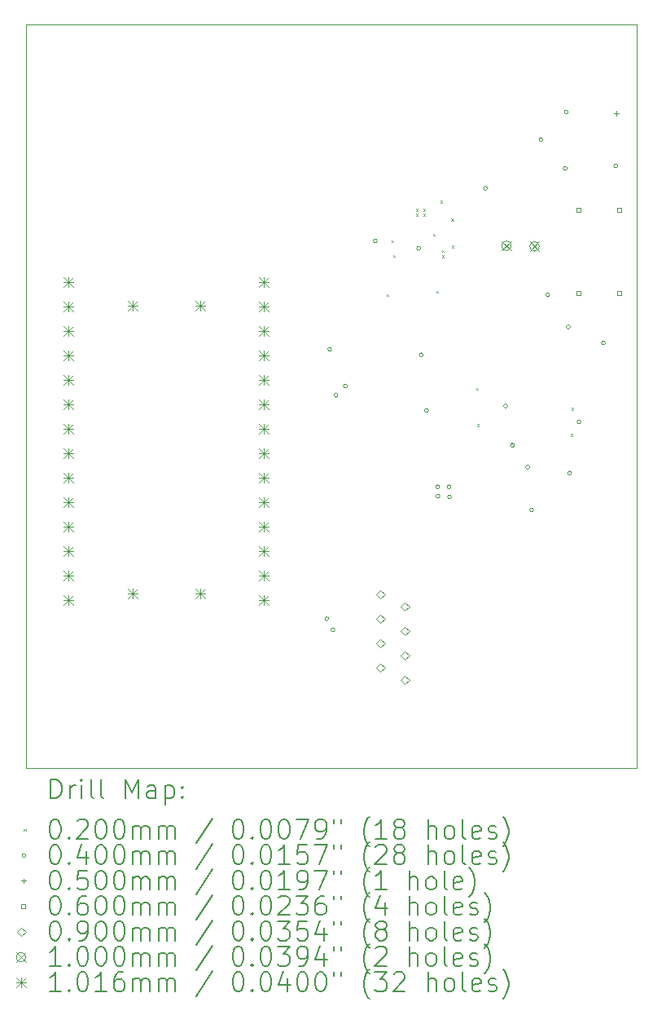
<source format=gbr>
%TF.GenerationSoftware,KiCad,Pcbnew,(6.0.8)*%
%TF.CreationDate,2023-04-21T18:28:09-07:00*%
%TF.ProjectId,Capstone_PCB,43617073-746f-46e6-955f-5043422e6b69,rev?*%
%TF.SameCoordinates,Original*%
%TF.FileFunction,Drillmap*%
%TF.FilePolarity,Positive*%
%FSLAX45Y45*%
G04 Gerber Fmt 4.5, Leading zero omitted, Abs format (unit mm)*
G04 Created by KiCad (PCBNEW (6.0.8)) date 2023-04-21 18:28:09*
%MOMM*%
%LPD*%
G01*
G04 APERTURE LIST*
%ADD10C,0.100000*%
%ADD11C,0.200000*%
%ADD12C,0.020000*%
%ADD13C,0.040000*%
%ADD14C,0.050000*%
%ADD15C,0.060000*%
%ADD16C,0.090000*%
%ADD17C,0.101600*%
G04 APERTURE END LIST*
D10*
X11430000Y-4318000D02*
X11430000Y-12039600D01*
X11430000Y-12039600D02*
X17780000Y-12039600D01*
X11430000Y-4318000D02*
X17780000Y-4318000D01*
X17780000Y-4318000D02*
X17780000Y-12039600D01*
D11*
D12*
X15175900Y-7118420D02*
X15195900Y-7138420D01*
X15195900Y-7118420D02*
X15175900Y-7138420D01*
X15226700Y-6559620D02*
X15246700Y-6579620D01*
X15246700Y-6559620D02*
X15226700Y-6579620D01*
X15241940Y-6712020D02*
X15261940Y-6732020D01*
X15261940Y-6712020D02*
X15241940Y-6732020D01*
X15480700Y-6234500D02*
X15500700Y-6254500D01*
X15500700Y-6234500D02*
X15480700Y-6254500D01*
X15480700Y-6285300D02*
X15500700Y-6305300D01*
X15500700Y-6285300D02*
X15480700Y-6305300D01*
X15556900Y-6234500D02*
X15576900Y-6254500D01*
X15576900Y-6234500D02*
X15556900Y-6254500D01*
X15556900Y-6285300D02*
X15576900Y-6305300D01*
X15576900Y-6285300D02*
X15556900Y-6305300D01*
X15657432Y-6495568D02*
X15677432Y-6515568D01*
X15677432Y-6495568D02*
X15657432Y-6515568D01*
X15695000Y-7085000D02*
X15715000Y-7105000D01*
X15715000Y-7085000D02*
X15695000Y-7105000D01*
X15738000Y-6151000D02*
X15758000Y-6171000D01*
X15758000Y-6151000D02*
X15738000Y-6171000D01*
X15749940Y-6661220D02*
X15769940Y-6681220D01*
X15769940Y-6661220D02*
X15749940Y-6681220D01*
X15749940Y-6717100D02*
X15769940Y-6737100D01*
X15769940Y-6717100D02*
X15749940Y-6737100D01*
X15851000Y-6335000D02*
X15871000Y-6355000D01*
X15871000Y-6335000D02*
X15851000Y-6355000D01*
X15851540Y-6615500D02*
X15871540Y-6635500D01*
X15871540Y-6615500D02*
X15851540Y-6635500D01*
X16110620Y-8093780D02*
X16130620Y-8113780D01*
X16130620Y-8093780D02*
X16110620Y-8113780D01*
X16115700Y-8469700D02*
X16135700Y-8489700D01*
X16135700Y-8469700D02*
X16115700Y-8489700D01*
X17091060Y-8571300D02*
X17111060Y-8591300D01*
X17111060Y-8571300D02*
X17091060Y-8591300D01*
X17096140Y-8302060D02*
X17116140Y-8322060D01*
X17116140Y-8302060D02*
X17096140Y-8322060D01*
D13*
X14574200Y-10490200D02*
G75*
G03*
X14574200Y-10490200I-20000J0D01*
G01*
X14604680Y-7691120D02*
G75*
G03*
X14604680Y-7691120I-20000J0D01*
G01*
X14637700Y-10604500D02*
G75*
G03*
X14637700Y-10604500I-20000J0D01*
G01*
X14670720Y-8168640D02*
G75*
G03*
X14670720Y-8168640I-20000J0D01*
G01*
X14769020Y-8073300D02*
G75*
G03*
X14769020Y-8073300I-20000J0D01*
G01*
X15078900Y-6564540D02*
G75*
G03*
X15078900Y-6564540I-20000J0D01*
G01*
X15531020Y-6643280D02*
G75*
G03*
X15531020Y-6643280I-20000J0D01*
G01*
X15556420Y-7748180D02*
G75*
G03*
X15556420Y-7748180I-20000J0D01*
G01*
X15612300Y-8327300D02*
G75*
G03*
X15612300Y-8327300I-20000J0D01*
G01*
X15729140Y-9119780D02*
G75*
G03*
X15729140Y-9119780I-20000J0D01*
G01*
X15729140Y-9216300D02*
G75*
G03*
X15729140Y-9216300I-20000J0D01*
G01*
X15845980Y-9119780D02*
G75*
G03*
X15845980Y-9119780I-20000J0D01*
G01*
X15851060Y-9226460D02*
G75*
G03*
X15851060Y-9226460I-20000J0D01*
G01*
X16225200Y-6019800D02*
G75*
G03*
X16225200Y-6019800I-20000J0D01*
G01*
X16435260Y-8281580D02*
G75*
G03*
X16435260Y-8281580I-20000J0D01*
G01*
X16506042Y-8687305D02*
G75*
G03*
X16506042Y-8687305I-20000J0D01*
G01*
X16506380Y-8687980D02*
G75*
G03*
X16506380Y-8687980I-20000J0D01*
G01*
X16663860Y-8916580D02*
G75*
G03*
X16663860Y-8916580I-20000J0D01*
G01*
X16704500Y-9358540D02*
G75*
G03*
X16704500Y-9358540I-20000J0D01*
G01*
X16801020Y-5512980D02*
G75*
G03*
X16801020Y-5512980I-20000J0D01*
G01*
X16872140Y-7128420D02*
G75*
G03*
X16872140Y-7128420I-20000J0D01*
G01*
X17055020Y-5812700D02*
G75*
G03*
X17055020Y-5812700I-20000J0D01*
G01*
X17065180Y-5228500D02*
G75*
G03*
X17065180Y-5228500I-20000J0D01*
G01*
X17085500Y-7458620D02*
G75*
G03*
X17085500Y-7458620I-20000J0D01*
G01*
X17100740Y-8977540D02*
G75*
G03*
X17100740Y-8977540I-20000J0D01*
G01*
X17197260Y-8444140D02*
G75*
G03*
X17197260Y-8444140I-20000J0D01*
G01*
X17451260Y-7626260D02*
G75*
G03*
X17451260Y-7626260I-20000J0D01*
G01*
X17578260Y-5787300D02*
G75*
G03*
X17578260Y-5787300I-20000J0D01*
G01*
D14*
X17563340Y-5213660D02*
X17563340Y-5263660D01*
X17538340Y-5238660D02*
X17588340Y-5238660D01*
D15*
X17197113Y-6265513D02*
X17197113Y-6223087D01*
X17154687Y-6223087D01*
X17154687Y-6265513D01*
X17197113Y-6265513D01*
X17197113Y-7129513D02*
X17197113Y-7087087D01*
X17154687Y-7087087D01*
X17154687Y-7129513D01*
X17197113Y-7129513D01*
X17615113Y-6265513D02*
X17615113Y-6223087D01*
X17572687Y-6223087D01*
X17572687Y-6265513D01*
X17615113Y-6265513D01*
X17615113Y-7129513D02*
X17615113Y-7087087D01*
X17572687Y-7087087D01*
X17572687Y-7129513D01*
X17615113Y-7129513D01*
D16*
X15112200Y-10281200D02*
X15157200Y-10236200D01*
X15112200Y-10191200D01*
X15067200Y-10236200D01*
X15112200Y-10281200D01*
X15112200Y-10535200D02*
X15157200Y-10490200D01*
X15112200Y-10445200D01*
X15067200Y-10490200D01*
X15112200Y-10535200D01*
X15112200Y-10789200D02*
X15157200Y-10744200D01*
X15112200Y-10699200D01*
X15067200Y-10744200D01*
X15112200Y-10789200D01*
X15112200Y-11043200D02*
X15157200Y-10998200D01*
X15112200Y-10953200D01*
X15067200Y-10998200D01*
X15112200Y-11043200D01*
X15366200Y-10408200D02*
X15411200Y-10363200D01*
X15366200Y-10318200D01*
X15321200Y-10363200D01*
X15366200Y-10408200D01*
X15366200Y-10662200D02*
X15411200Y-10617200D01*
X15366200Y-10572200D01*
X15321200Y-10617200D01*
X15366200Y-10662200D01*
X15366200Y-10916200D02*
X15411200Y-10871200D01*
X15366200Y-10826200D01*
X15321200Y-10871200D01*
X15366200Y-10916200D01*
X15366200Y-11170200D02*
X15411200Y-11125200D01*
X15366200Y-11080200D01*
X15321200Y-11125200D01*
X15366200Y-11170200D01*
D10*
X16372880Y-6567880D02*
X16472880Y-6667880D01*
X16472880Y-6567880D02*
X16372880Y-6667880D01*
X16472880Y-6617880D02*
G75*
G03*
X16472880Y-6617880I-50000J0D01*
G01*
X16664980Y-6572960D02*
X16764980Y-6672960D01*
X16764980Y-6572960D02*
X16664980Y-6672960D01*
X16764980Y-6622960D02*
G75*
G03*
X16764980Y-6622960I-50000J0D01*
G01*
D17*
X11815800Y-6945780D02*
X11917400Y-7047380D01*
X11917400Y-6945780D02*
X11815800Y-7047380D01*
X11866600Y-6945780D02*
X11866600Y-7047380D01*
X11815800Y-6996580D02*
X11917400Y-6996580D01*
X11815800Y-7199780D02*
X11917400Y-7301380D01*
X11917400Y-7199780D02*
X11815800Y-7301380D01*
X11866600Y-7199780D02*
X11866600Y-7301380D01*
X11815800Y-7250580D02*
X11917400Y-7250580D01*
X11815800Y-7453780D02*
X11917400Y-7555380D01*
X11917400Y-7453780D02*
X11815800Y-7555380D01*
X11866600Y-7453780D02*
X11866600Y-7555380D01*
X11815800Y-7504580D02*
X11917400Y-7504580D01*
X11815800Y-7707780D02*
X11917400Y-7809380D01*
X11917400Y-7707780D02*
X11815800Y-7809380D01*
X11866600Y-7707780D02*
X11866600Y-7809380D01*
X11815800Y-7758580D02*
X11917400Y-7758580D01*
X11815800Y-7961780D02*
X11917400Y-8063380D01*
X11917400Y-7961780D02*
X11815800Y-8063380D01*
X11866600Y-7961780D02*
X11866600Y-8063380D01*
X11815800Y-8012580D02*
X11917400Y-8012580D01*
X11815800Y-8215780D02*
X11917400Y-8317380D01*
X11917400Y-8215780D02*
X11815800Y-8317380D01*
X11866600Y-8215780D02*
X11866600Y-8317380D01*
X11815800Y-8266580D02*
X11917400Y-8266580D01*
X11815800Y-8469780D02*
X11917400Y-8571380D01*
X11917400Y-8469780D02*
X11815800Y-8571380D01*
X11866600Y-8469780D02*
X11866600Y-8571380D01*
X11815800Y-8520580D02*
X11917400Y-8520580D01*
X11815800Y-8723780D02*
X11917400Y-8825380D01*
X11917400Y-8723780D02*
X11815800Y-8825380D01*
X11866600Y-8723780D02*
X11866600Y-8825380D01*
X11815800Y-8774580D02*
X11917400Y-8774580D01*
X11815800Y-8977780D02*
X11917400Y-9079380D01*
X11917400Y-8977780D02*
X11815800Y-9079380D01*
X11866600Y-8977780D02*
X11866600Y-9079380D01*
X11815800Y-9028580D02*
X11917400Y-9028580D01*
X11815800Y-9231780D02*
X11917400Y-9333380D01*
X11917400Y-9231780D02*
X11815800Y-9333380D01*
X11866600Y-9231780D02*
X11866600Y-9333380D01*
X11815800Y-9282580D02*
X11917400Y-9282580D01*
X11815800Y-9485780D02*
X11917400Y-9587380D01*
X11917400Y-9485780D02*
X11815800Y-9587380D01*
X11866600Y-9485780D02*
X11866600Y-9587380D01*
X11815800Y-9536580D02*
X11917400Y-9536580D01*
X11815800Y-9739780D02*
X11917400Y-9841380D01*
X11917400Y-9739780D02*
X11815800Y-9841380D01*
X11866600Y-9739780D02*
X11866600Y-9841380D01*
X11815800Y-9790580D02*
X11917400Y-9790580D01*
X11815800Y-9993780D02*
X11917400Y-10095380D01*
X11917400Y-9993780D02*
X11815800Y-10095380D01*
X11866600Y-9993780D02*
X11866600Y-10095380D01*
X11815800Y-10044580D02*
X11917400Y-10044580D01*
X11815800Y-10247780D02*
X11917400Y-10349380D01*
X11917400Y-10247780D02*
X11815800Y-10349380D01*
X11866600Y-10247780D02*
X11866600Y-10349380D01*
X11815800Y-10298580D02*
X11917400Y-10298580D01*
X12489200Y-7190873D02*
X12590800Y-7292473D01*
X12590800Y-7190873D02*
X12489200Y-7292473D01*
X12540000Y-7190873D02*
X12540000Y-7292473D01*
X12489200Y-7241673D02*
X12590800Y-7241673D01*
X12489200Y-10181400D02*
X12590800Y-10283000D01*
X12590800Y-10181400D02*
X12489200Y-10283000D01*
X12540000Y-10181400D02*
X12540000Y-10283000D01*
X12489200Y-10232200D02*
X12590800Y-10232200D01*
X13189200Y-7190873D02*
X13290800Y-7292473D01*
X13290800Y-7190873D02*
X13189200Y-7292473D01*
X13240000Y-7190873D02*
X13240000Y-7292473D01*
X13189200Y-7241673D02*
X13290800Y-7241673D01*
X13189200Y-10181400D02*
X13290800Y-10283000D01*
X13290800Y-10181400D02*
X13189200Y-10283000D01*
X13240000Y-10181400D02*
X13240000Y-10283000D01*
X13189200Y-10232200D02*
X13290800Y-10232200D01*
X13847800Y-6945780D02*
X13949400Y-7047380D01*
X13949400Y-6945780D02*
X13847800Y-7047380D01*
X13898600Y-6945780D02*
X13898600Y-7047380D01*
X13847800Y-6996580D02*
X13949400Y-6996580D01*
X13847800Y-7199780D02*
X13949400Y-7301380D01*
X13949400Y-7199780D02*
X13847800Y-7301380D01*
X13898600Y-7199780D02*
X13898600Y-7301380D01*
X13847800Y-7250580D02*
X13949400Y-7250580D01*
X13847800Y-7453780D02*
X13949400Y-7555380D01*
X13949400Y-7453780D02*
X13847800Y-7555380D01*
X13898600Y-7453780D02*
X13898600Y-7555380D01*
X13847800Y-7504580D02*
X13949400Y-7504580D01*
X13847800Y-7707780D02*
X13949400Y-7809380D01*
X13949400Y-7707780D02*
X13847800Y-7809380D01*
X13898600Y-7707780D02*
X13898600Y-7809380D01*
X13847800Y-7758580D02*
X13949400Y-7758580D01*
X13847800Y-7961780D02*
X13949400Y-8063380D01*
X13949400Y-7961780D02*
X13847800Y-8063380D01*
X13898600Y-7961780D02*
X13898600Y-8063380D01*
X13847800Y-8012580D02*
X13949400Y-8012580D01*
X13847800Y-8215780D02*
X13949400Y-8317380D01*
X13949400Y-8215780D02*
X13847800Y-8317380D01*
X13898600Y-8215780D02*
X13898600Y-8317380D01*
X13847800Y-8266580D02*
X13949400Y-8266580D01*
X13847800Y-8469780D02*
X13949400Y-8571380D01*
X13949400Y-8469780D02*
X13847800Y-8571380D01*
X13898600Y-8469780D02*
X13898600Y-8571380D01*
X13847800Y-8520580D02*
X13949400Y-8520580D01*
X13847800Y-8723780D02*
X13949400Y-8825380D01*
X13949400Y-8723780D02*
X13847800Y-8825380D01*
X13898600Y-8723780D02*
X13898600Y-8825380D01*
X13847800Y-8774580D02*
X13949400Y-8774580D01*
X13847800Y-8977780D02*
X13949400Y-9079380D01*
X13949400Y-8977780D02*
X13847800Y-9079380D01*
X13898600Y-8977780D02*
X13898600Y-9079380D01*
X13847800Y-9028580D02*
X13949400Y-9028580D01*
X13847800Y-9231780D02*
X13949400Y-9333380D01*
X13949400Y-9231780D02*
X13847800Y-9333380D01*
X13898600Y-9231780D02*
X13898600Y-9333380D01*
X13847800Y-9282580D02*
X13949400Y-9282580D01*
X13847800Y-9485780D02*
X13949400Y-9587380D01*
X13949400Y-9485780D02*
X13847800Y-9587380D01*
X13898600Y-9485780D02*
X13898600Y-9587380D01*
X13847800Y-9536580D02*
X13949400Y-9536580D01*
X13847800Y-9739780D02*
X13949400Y-9841380D01*
X13949400Y-9739780D02*
X13847800Y-9841380D01*
X13898600Y-9739780D02*
X13898600Y-9841380D01*
X13847800Y-9790580D02*
X13949400Y-9790580D01*
X13847800Y-9993780D02*
X13949400Y-10095380D01*
X13949400Y-9993780D02*
X13847800Y-10095380D01*
X13898600Y-9993780D02*
X13898600Y-10095380D01*
X13847800Y-10044580D02*
X13949400Y-10044580D01*
X13847800Y-10247780D02*
X13949400Y-10349380D01*
X13949400Y-10247780D02*
X13847800Y-10349380D01*
X13898600Y-10247780D02*
X13898600Y-10349380D01*
X13847800Y-10298580D02*
X13949400Y-10298580D01*
D11*
X11682619Y-12355076D02*
X11682619Y-12155076D01*
X11730238Y-12155076D01*
X11758809Y-12164600D01*
X11777857Y-12183648D01*
X11787381Y-12202695D01*
X11796905Y-12240790D01*
X11796905Y-12269362D01*
X11787381Y-12307457D01*
X11777857Y-12326505D01*
X11758809Y-12345552D01*
X11730238Y-12355076D01*
X11682619Y-12355076D01*
X11882619Y-12355076D02*
X11882619Y-12221743D01*
X11882619Y-12259838D02*
X11892143Y-12240790D01*
X11901667Y-12231267D01*
X11920714Y-12221743D01*
X11939762Y-12221743D01*
X12006428Y-12355076D02*
X12006428Y-12221743D01*
X12006428Y-12155076D02*
X11996905Y-12164600D01*
X12006428Y-12174124D01*
X12015952Y-12164600D01*
X12006428Y-12155076D01*
X12006428Y-12174124D01*
X12130238Y-12355076D02*
X12111190Y-12345552D01*
X12101667Y-12326505D01*
X12101667Y-12155076D01*
X12235000Y-12355076D02*
X12215952Y-12345552D01*
X12206428Y-12326505D01*
X12206428Y-12155076D01*
X12463571Y-12355076D02*
X12463571Y-12155076D01*
X12530238Y-12297933D01*
X12596905Y-12155076D01*
X12596905Y-12355076D01*
X12777857Y-12355076D02*
X12777857Y-12250314D01*
X12768333Y-12231267D01*
X12749286Y-12221743D01*
X12711190Y-12221743D01*
X12692143Y-12231267D01*
X12777857Y-12345552D02*
X12758809Y-12355076D01*
X12711190Y-12355076D01*
X12692143Y-12345552D01*
X12682619Y-12326505D01*
X12682619Y-12307457D01*
X12692143Y-12288409D01*
X12711190Y-12278886D01*
X12758809Y-12278886D01*
X12777857Y-12269362D01*
X12873095Y-12221743D02*
X12873095Y-12421743D01*
X12873095Y-12231267D02*
X12892143Y-12221743D01*
X12930238Y-12221743D01*
X12949286Y-12231267D01*
X12958809Y-12240790D01*
X12968333Y-12259838D01*
X12968333Y-12316981D01*
X12958809Y-12336028D01*
X12949286Y-12345552D01*
X12930238Y-12355076D01*
X12892143Y-12355076D01*
X12873095Y-12345552D01*
X13054048Y-12336028D02*
X13063571Y-12345552D01*
X13054048Y-12355076D01*
X13044524Y-12345552D01*
X13054048Y-12336028D01*
X13054048Y-12355076D01*
X13054048Y-12231267D02*
X13063571Y-12240790D01*
X13054048Y-12250314D01*
X13044524Y-12240790D01*
X13054048Y-12231267D01*
X13054048Y-12250314D01*
D12*
X11405000Y-12674600D02*
X11425000Y-12694600D01*
X11425000Y-12674600D02*
X11405000Y-12694600D01*
D11*
X11720714Y-12575076D02*
X11739762Y-12575076D01*
X11758809Y-12584600D01*
X11768333Y-12594124D01*
X11777857Y-12613171D01*
X11787381Y-12651267D01*
X11787381Y-12698886D01*
X11777857Y-12736981D01*
X11768333Y-12756028D01*
X11758809Y-12765552D01*
X11739762Y-12775076D01*
X11720714Y-12775076D01*
X11701667Y-12765552D01*
X11692143Y-12756028D01*
X11682619Y-12736981D01*
X11673095Y-12698886D01*
X11673095Y-12651267D01*
X11682619Y-12613171D01*
X11692143Y-12594124D01*
X11701667Y-12584600D01*
X11720714Y-12575076D01*
X11873095Y-12756028D02*
X11882619Y-12765552D01*
X11873095Y-12775076D01*
X11863571Y-12765552D01*
X11873095Y-12756028D01*
X11873095Y-12775076D01*
X11958809Y-12594124D02*
X11968333Y-12584600D01*
X11987381Y-12575076D01*
X12035000Y-12575076D01*
X12054048Y-12584600D01*
X12063571Y-12594124D01*
X12073095Y-12613171D01*
X12073095Y-12632219D01*
X12063571Y-12660790D01*
X11949286Y-12775076D01*
X12073095Y-12775076D01*
X12196905Y-12575076D02*
X12215952Y-12575076D01*
X12235000Y-12584600D01*
X12244524Y-12594124D01*
X12254048Y-12613171D01*
X12263571Y-12651267D01*
X12263571Y-12698886D01*
X12254048Y-12736981D01*
X12244524Y-12756028D01*
X12235000Y-12765552D01*
X12215952Y-12775076D01*
X12196905Y-12775076D01*
X12177857Y-12765552D01*
X12168333Y-12756028D01*
X12158809Y-12736981D01*
X12149286Y-12698886D01*
X12149286Y-12651267D01*
X12158809Y-12613171D01*
X12168333Y-12594124D01*
X12177857Y-12584600D01*
X12196905Y-12575076D01*
X12387381Y-12575076D02*
X12406428Y-12575076D01*
X12425476Y-12584600D01*
X12435000Y-12594124D01*
X12444524Y-12613171D01*
X12454048Y-12651267D01*
X12454048Y-12698886D01*
X12444524Y-12736981D01*
X12435000Y-12756028D01*
X12425476Y-12765552D01*
X12406428Y-12775076D01*
X12387381Y-12775076D01*
X12368333Y-12765552D01*
X12358809Y-12756028D01*
X12349286Y-12736981D01*
X12339762Y-12698886D01*
X12339762Y-12651267D01*
X12349286Y-12613171D01*
X12358809Y-12594124D01*
X12368333Y-12584600D01*
X12387381Y-12575076D01*
X12539762Y-12775076D02*
X12539762Y-12641743D01*
X12539762Y-12660790D02*
X12549286Y-12651267D01*
X12568333Y-12641743D01*
X12596905Y-12641743D01*
X12615952Y-12651267D01*
X12625476Y-12670314D01*
X12625476Y-12775076D01*
X12625476Y-12670314D02*
X12635000Y-12651267D01*
X12654048Y-12641743D01*
X12682619Y-12641743D01*
X12701667Y-12651267D01*
X12711190Y-12670314D01*
X12711190Y-12775076D01*
X12806428Y-12775076D02*
X12806428Y-12641743D01*
X12806428Y-12660790D02*
X12815952Y-12651267D01*
X12835000Y-12641743D01*
X12863571Y-12641743D01*
X12882619Y-12651267D01*
X12892143Y-12670314D01*
X12892143Y-12775076D01*
X12892143Y-12670314D02*
X12901667Y-12651267D01*
X12920714Y-12641743D01*
X12949286Y-12641743D01*
X12968333Y-12651267D01*
X12977857Y-12670314D01*
X12977857Y-12775076D01*
X13368333Y-12565552D02*
X13196905Y-12822695D01*
X13625476Y-12575076D02*
X13644524Y-12575076D01*
X13663571Y-12584600D01*
X13673095Y-12594124D01*
X13682619Y-12613171D01*
X13692143Y-12651267D01*
X13692143Y-12698886D01*
X13682619Y-12736981D01*
X13673095Y-12756028D01*
X13663571Y-12765552D01*
X13644524Y-12775076D01*
X13625476Y-12775076D01*
X13606428Y-12765552D01*
X13596905Y-12756028D01*
X13587381Y-12736981D01*
X13577857Y-12698886D01*
X13577857Y-12651267D01*
X13587381Y-12613171D01*
X13596905Y-12594124D01*
X13606428Y-12584600D01*
X13625476Y-12575076D01*
X13777857Y-12756028D02*
X13787381Y-12765552D01*
X13777857Y-12775076D01*
X13768333Y-12765552D01*
X13777857Y-12756028D01*
X13777857Y-12775076D01*
X13911190Y-12575076D02*
X13930238Y-12575076D01*
X13949286Y-12584600D01*
X13958809Y-12594124D01*
X13968333Y-12613171D01*
X13977857Y-12651267D01*
X13977857Y-12698886D01*
X13968333Y-12736981D01*
X13958809Y-12756028D01*
X13949286Y-12765552D01*
X13930238Y-12775076D01*
X13911190Y-12775076D01*
X13892143Y-12765552D01*
X13882619Y-12756028D01*
X13873095Y-12736981D01*
X13863571Y-12698886D01*
X13863571Y-12651267D01*
X13873095Y-12613171D01*
X13882619Y-12594124D01*
X13892143Y-12584600D01*
X13911190Y-12575076D01*
X14101667Y-12575076D02*
X14120714Y-12575076D01*
X14139762Y-12584600D01*
X14149286Y-12594124D01*
X14158809Y-12613171D01*
X14168333Y-12651267D01*
X14168333Y-12698886D01*
X14158809Y-12736981D01*
X14149286Y-12756028D01*
X14139762Y-12765552D01*
X14120714Y-12775076D01*
X14101667Y-12775076D01*
X14082619Y-12765552D01*
X14073095Y-12756028D01*
X14063571Y-12736981D01*
X14054048Y-12698886D01*
X14054048Y-12651267D01*
X14063571Y-12613171D01*
X14073095Y-12594124D01*
X14082619Y-12584600D01*
X14101667Y-12575076D01*
X14235000Y-12575076D02*
X14368333Y-12575076D01*
X14282619Y-12775076D01*
X14454048Y-12775076D02*
X14492143Y-12775076D01*
X14511190Y-12765552D01*
X14520714Y-12756028D01*
X14539762Y-12727457D01*
X14549286Y-12689362D01*
X14549286Y-12613171D01*
X14539762Y-12594124D01*
X14530238Y-12584600D01*
X14511190Y-12575076D01*
X14473095Y-12575076D01*
X14454048Y-12584600D01*
X14444524Y-12594124D01*
X14435000Y-12613171D01*
X14435000Y-12660790D01*
X14444524Y-12679838D01*
X14454048Y-12689362D01*
X14473095Y-12698886D01*
X14511190Y-12698886D01*
X14530238Y-12689362D01*
X14539762Y-12679838D01*
X14549286Y-12660790D01*
X14625476Y-12575076D02*
X14625476Y-12613171D01*
X14701667Y-12575076D02*
X14701667Y-12613171D01*
X14996905Y-12851267D02*
X14987381Y-12841743D01*
X14968333Y-12813171D01*
X14958809Y-12794124D01*
X14949286Y-12765552D01*
X14939762Y-12717933D01*
X14939762Y-12679838D01*
X14949286Y-12632219D01*
X14958809Y-12603648D01*
X14968333Y-12584600D01*
X14987381Y-12556028D01*
X14996905Y-12546505D01*
X15177857Y-12775076D02*
X15063571Y-12775076D01*
X15120714Y-12775076D02*
X15120714Y-12575076D01*
X15101667Y-12603648D01*
X15082619Y-12622695D01*
X15063571Y-12632219D01*
X15292143Y-12660790D02*
X15273095Y-12651267D01*
X15263571Y-12641743D01*
X15254048Y-12622695D01*
X15254048Y-12613171D01*
X15263571Y-12594124D01*
X15273095Y-12584600D01*
X15292143Y-12575076D01*
X15330238Y-12575076D01*
X15349286Y-12584600D01*
X15358809Y-12594124D01*
X15368333Y-12613171D01*
X15368333Y-12622695D01*
X15358809Y-12641743D01*
X15349286Y-12651267D01*
X15330238Y-12660790D01*
X15292143Y-12660790D01*
X15273095Y-12670314D01*
X15263571Y-12679838D01*
X15254048Y-12698886D01*
X15254048Y-12736981D01*
X15263571Y-12756028D01*
X15273095Y-12765552D01*
X15292143Y-12775076D01*
X15330238Y-12775076D01*
X15349286Y-12765552D01*
X15358809Y-12756028D01*
X15368333Y-12736981D01*
X15368333Y-12698886D01*
X15358809Y-12679838D01*
X15349286Y-12670314D01*
X15330238Y-12660790D01*
X15606428Y-12775076D02*
X15606428Y-12575076D01*
X15692143Y-12775076D02*
X15692143Y-12670314D01*
X15682619Y-12651267D01*
X15663571Y-12641743D01*
X15635000Y-12641743D01*
X15615952Y-12651267D01*
X15606428Y-12660790D01*
X15815952Y-12775076D02*
X15796905Y-12765552D01*
X15787381Y-12756028D01*
X15777857Y-12736981D01*
X15777857Y-12679838D01*
X15787381Y-12660790D01*
X15796905Y-12651267D01*
X15815952Y-12641743D01*
X15844524Y-12641743D01*
X15863571Y-12651267D01*
X15873095Y-12660790D01*
X15882619Y-12679838D01*
X15882619Y-12736981D01*
X15873095Y-12756028D01*
X15863571Y-12765552D01*
X15844524Y-12775076D01*
X15815952Y-12775076D01*
X15996905Y-12775076D02*
X15977857Y-12765552D01*
X15968333Y-12746505D01*
X15968333Y-12575076D01*
X16149286Y-12765552D02*
X16130238Y-12775076D01*
X16092143Y-12775076D01*
X16073095Y-12765552D01*
X16063571Y-12746505D01*
X16063571Y-12670314D01*
X16073095Y-12651267D01*
X16092143Y-12641743D01*
X16130238Y-12641743D01*
X16149286Y-12651267D01*
X16158809Y-12670314D01*
X16158809Y-12689362D01*
X16063571Y-12708409D01*
X16235000Y-12765552D02*
X16254048Y-12775076D01*
X16292143Y-12775076D01*
X16311190Y-12765552D01*
X16320714Y-12746505D01*
X16320714Y-12736981D01*
X16311190Y-12717933D01*
X16292143Y-12708409D01*
X16263571Y-12708409D01*
X16244524Y-12698886D01*
X16235000Y-12679838D01*
X16235000Y-12670314D01*
X16244524Y-12651267D01*
X16263571Y-12641743D01*
X16292143Y-12641743D01*
X16311190Y-12651267D01*
X16387381Y-12851267D02*
X16396905Y-12841743D01*
X16415952Y-12813171D01*
X16425476Y-12794124D01*
X16435000Y-12765552D01*
X16444524Y-12717933D01*
X16444524Y-12679838D01*
X16435000Y-12632219D01*
X16425476Y-12603648D01*
X16415952Y-12584600D01*
X16396905Y-12556028D01*
X16387381Y-12546505D01*
D13*
X11425000Y-12948600D02*
G75*
G03*
X11425000Y-12948600I-20000J0D01*
G01*
D11*
X11720714Y-12839076D02*
X11739762Y-12839076D01*
X11758809Y-12848600D01*
X11768333Y-12858124D01*
X11777857Y-12877171D01*
X11787381Y-12915267D01*
X11787381Y-12962886D01*
X11777857Y-13000981D01*
X11768333Y-13020028D01*
X11758809Y-13029552D01*
X11739762Y-13039076D01*
X11720714Y-13039076D01*
X11701667Y-13029552D01*
X11692143Y-13020028D01*
X11682619Y-13000981D01*
X11673095Y-12962886D01*
X11673095Y-12915267D01*
X11682619Y-12877171D01*
X11692143Y-12858124D01*
X11701667Y-12848600D01*
X11720714Y-12839076D01*
X11873095Y-13020028D02*
X11882619Y-13029552D01*
X11873095Y-13039076D01*
X11863571Y-13029552D01*
X11873095Y-13020028D01*
X11873095Y-13039076D01*
X12054048Y-12905743D02*
X12054048Y-13039076D01*
X12006428Y-12829552D02*
X11958809Y-12972409D01*
X12082619Y-12972409D01*
X12196905Y-12839076D02*
X12215952Y-12839076D01*
X12235000Y-12848600D01*
X12244524Y-12858124D01*
X12254048Y-12877171D01*
X12263571Y-12915267D01*
X12263571Y-12962886D01*
X12254048Y-13000981D01*
X12244524Y-13020028D01*
X12235000Y-13029552D01*
X12215952Y-13039076D01*
X12196905Y-13039076D01*
X12177857Y-13029552D01*
X12168333Y-13020028D01*
X12158809Y-13000981D01*
X12149286Y-12962886D01*
X12149286Y-12915267D01*
X12158809Y-12877171D01*
X12168333Y-12858124D01*
X12177857Y-12848600D01*
X12196905Y-12839076D01*
X12387381Y-12839076D02*
X12406428Y-12839076D01*
X12425476Y-12848600D01*
X12435000Y-12858124D01*
X12444524Y-12877171D01*
X12454048Y-12915267D01*
X12454048Y-12962886D01*
X12444524Y-13000981D01*
X12435000Y-13020028D01*
X12425476Y-13029552D01*
X12406428Y-13039076D01*
X12387381Y-13039076D01*
X12368333Y-13029552D01*
X12358809Y-13020028D01*
X12349286Y-13000981D01*
X12339762Y-12962886D01*
X12339762Y-12915267D01*
X12349286Y-12877171D01*
X12358809Y-12858124D01*
X12368333Y-12848600D01*
X12387381Y-12839076D01*
X12539762Y-13039076D02*
X12539762Y-12905743D01*
X12539762Y-12924790D02*
X12549286Y-12915267D01*
X12568333Y-12905743D01*
X12596905Y-12905743D01*
X12615952Y-12915267D01*
X12625476Y-12934314D01*
X12625476Y-13039076D01*
X12625476Y-12934314D02*
X12635000Y-12915267D01*
X12654048Y-12905743D01*
X12682619Y-12905743D01*
X12701667Y-12915267D01*
X12711190Y-12934314D01*
X12711190Y-13039076D01*
X12806428Y-13039076D02*
X12806428Y-12905743D01*
X12806428Y-12924790D02*
X12815952Y-12915267D01*
X12835000Y-12905743D01*
X12863571Y-12905743D01*
X12882619Y-12915267D01*
X12892143Y-12934314D01*
X12892143Y-13039076D01*
X12892143Y-12934314D02*
X12901667Y-12915267D01*
X12920714Y-12905743D01*
X12949286Y-12905743D01*
X12968333Y-12915267D01*
X12977857Y-12934314D01*
X12977857Y-13039076D01*
X13368333Y-12829552D02*
X13196905Y-13086695D01*
X13625476Y-12839076D02*
X13644524Y-12839076D01*
X13663571Y-12848600D01*
X13673095Y-12858124D01*
X13682619Y-12877171D01*
X13692143Y-12915267D01*
X13692143Y-12962886D01*
X13682619Y-13000981D01*
X13673095Y-13020028D01*
X13663571Y-13029552D01*
X13644524Y-13039076D01*
X13625476Y-13039076D01*
X13606428Y-13029552D01*
X13596905Y-13020028D01*
X13587381Y-13000981D01*
X13577857Y-12962886D01*
X13577857Y-12915267D01*
X13587381Y-12877171D01*
X13596905Y-12858124D01*
X13606428Y-12848600D01*
X13625476Y-12839076D01*
X13777857Y-13020028D02*
X13787381Y-13029552D01*
X13777857Y-13039076D01*
X13768333Y-13029552D01*
X13777857Y-13020028D01*
X13777857Y-13039076D01*
X13911190Y-12839076D02*
X13930238Y-12839076D01*
X13949286Y-12848600D01*
X13958809Y-12858124D01*
X13968333Y-12877171D01*
X13977857Y-12915267D01*
X13977857Y-12962886D01*
X13968333Y-13000981D01*
X13958809Y-13020028D01*
X13949286Y-13029552D01*
X13930238Y-13039076D01*
X13911190Y-13039076D01*
X13892143Y-13029552D01*
X13882619Y-13020028D01*
X13873095Y-13000981D01*
X13863571Y-12962886D01*
X13863571Y-12915267D01*
X13873095Y-12877171D01*
X13882619Y-12858124D01*
X13892143Y-12848600D01*
X13911190Y-12839076D01*
X14168333Y-13039076D02*
X14054048Y-13039076D01*
X14111190Y-13039076D02*
X14111190Y-12839076D01*
X14092143Y-12867648D01*
X14073095Y-12886695D01*
X14054048Y-12896219D01*
X14349286Y-12839076D02*
X14254048Y-12839076D01*
X14244524Y-12934314D01*
X14254048Y-12924790D01*
X14273095Y-12915267D01*
X14320714Y-12915267D01*
X14339762Y-12924790D01*
X14349286Y-12934314D01*
X14358809Y-12953362D01*
X14358809Y-13000981D01*
X14349286Y-13020028D01*
X14339762Y-13029552D01*
X14320714Y-13039076D01*
X14273095Y-13039076D01*
X14254048Y-13029552D01*
X14244524Y-13020028D01*
X14425476Y-12839076D02*
X14558809Y-12839076D01*
X14473095Y-13039076D01*
X14625476Y-12839076D02*
X14625476Y-12877171D01*
X14701667Y-12839076D02*
X14701667Y-12877171D01*
X14996905Y-13115267D02*
X14987381Y-13105743D01*
X14968333Y-13077171D01*
X14958809Y-13058124D01*
X14949286Y-13029552D01*
X14939762Y-12981933D01*
X14939762Y-12943838D01*
X14949286Y-12896219D01*
X14958809Y-12867648D01*
X14968333Y-12848600D01*
X14987381Y-12820028D01*
X14996905Y-12810505D01*
X15063571Y-12858124D02*
X15073095Y-12848600D01*
X15092143Y-12839076D01*
X15139762Y-12839076D01*
X15158809Y-12848600D01*
X15168333Y-12858124D01*
X15177857Y-12877171D01*
X15177857Y-12896219D01*
X15168333Y-12924790D01*
X15054048Y-13039076D01*
X15177857Y-13039076D01*
X15292143Y-12924790D02*
X15273095Y-12915267D01*
X15263571Y-12905743D01*
X15254048Y-12886695D01*
X15254048Y-12877171D01*
X15263571Y-12858124D01*
X15273095Y-12848600D01*
X15292143Y-12839076D01*
X15330238Y-12839076D01*
X15349286Y-12848600D01*
X15358809Y-12858124D01*
X15368333Y-12877171D01*
X15368333Y-12886695D01*
X15358809Y-12905743D01*
X15349286Y-12915267D01*
X15330238Y-12924790D01*
X15292143Y-12924790D01*
X15273095Y-12934314D01*
X15263571Y-12943838D01*
X15254048Y-12962886D01*
X15254048Y-13000981D01*
X15263571Y-13020028D01*
X15273095Y-13029552D01*
X15292143Y-13039076D01*
X15330238Y-13039076D01*
X15349286Y-13029552D01*
X15358809Y-13020028D01*
X15368333Y-13000981D01*
X15368333Y-12962886D01*
X15358809Y-12943838D01*
X15349286Y-12934314D01*
X15330238Y-12924790D01*
X15606428Y-13039076D02*
X15606428Y-12839076D01*
X15692143Y-13039076D02*
X15692143Y-12934314D01*
X15682619Y-12915267D01*
X15663571Y-12905743D01*
X15635000Y-12905743D01*
X15615952Y-12915267D01*
X15606428Y-12924790D01*
X15815952Y-13039076D02*
X15796905Y-13029552D01*
X15787381Y-13020028D01*
X15777857Y-13000981D01*
X15777857Y-12943838D01*
X15787381Y-12924790D01*
X15796905Y-12915267D01*
X15815952Y-12905743D01*
X15844524Y-12905743D01*
X15863571Y-12915267D01*
X15873095Y-12924790D01*
X15882619Y-12943838D01*
X15882619Y-13000981D01*
X15873095Y-13020028D01*
X15863571Y-13029552D01*
X15844524Y-13039076D01*
X15815952Y-13039076D01*
X15996905Y-13039076D02*
X15977857Y-13029552D01*
X15968333Y-13010505D01*
X15968333Y-12839076D01*
X16149286Y-13029552D02*
X16130238Y-13039076D01*
X16092143Y-13039076D01*
X16073095Y-13029552D01*
X16063571Y-13010505D01*
X16063571Y-12934314D01*
X16073095Y-12915267D01*
X16092143Y-12905743D01*
X16130238Y-12905743D01*
X16149286Y-12915267D01*
X16158809Y-12934314D01*
X16158809Y-12953362D01*
X16063571Y-12972409D01*
X16235000Y-13029552D02*
X16254048Y-13039076D01*
X16292143Y-13039076D01*
X16311190Y-13029552D01*
X16320714Y-13010505D01*
X16320714Y-13000981D01*
X16311190Y-12981933D01*
X16292143Y-12972409D01*
X16263571Y-12972409D01*
X16244524Y-12962886D01*
X16235000Y-12943838D01*
X16235000Y-12934314D01*
X16244524Y-12915267D01*
X16263571Y-12905743D01*
X16292143Y-12905743D01*
X16311190Y-12915267D01*
X16387381Y-13115267D02*
X16396905Y-13105743D01*
X16415952Y-13077171D01*
X16425476Y-13058124D01*
X16435000Y-13029552D01*
X16444524Y-12981933D01*
X16444524Y-12943838D01*
X16435000Y-12896219D01*
X16425476Y-12867648D01*
X16415952Y-12848600D01*
X16396905Y-12820028D01*
X16387381Y-12810505D01*
D14*
X11400000Y-13187600D02*
X11400000Y-13237600D01*
X11375000Y-13212600D02*
X11425000Y-13212600D01*
D11*
X11720714Y-13103076D02*
X11739762Y-13103076D01*
X11758809Y-13112600D01*
X11768333Y-13122124D01*
X11777857Y-13141171D01*
X11787381Y-13179267D01*
X11787381Y-13226886D01*
X11777857Y-13264981D01*
X11768333Y-13284028D01*
X11758809Y-13293552D01*
X11739762Y-13303076D01*
X11720714Y-13303076D01*
X11701667Y-13293552D01*
X11692143Y-13284028D01*
X11682619Y-13264981D01*
X11673095Y-13226886D01*
X11673095Y-13179267D01*
X11682619Y-13141171D01*
X11692143Y-13122124D01*
X11701667Y-13112600D01*
X11720714Y-13103076D01*
X11873095Y-13284028D02*
X11882619Y-13293552D01*
X11873095Y-13303076D01*
X11863571Y-13293552D01*
X11873095Y-13284028D01*
X11873095Y-13303076D01*
X12063571Y-13103076D02*
X11968333Y-13103076D01*
X11958809Y-13198314D01*
X11968333Y-13188790D01*
X11987381Y-13179267D01*
X12035000Y-13179267D01*
X12054048Y-13188790D01*
X12063571Y-13198314D01*
X12073095Y-13217362D01*
X12073095Y-13264981D01*
X12063571Y-13284028D01*
X12054048Y-13293552D01*
X12035000Y-13303076D01*
X11987381Y-13303076D01*
X11968333Y-13293552D01*
X11958809Y-13284028D01*
X12196905Y-13103076D02*
X12215952Y-13103076D01*
X12235000Y-13112600D01*
X12244524Y-13122124D01*
X12254048Y-13141171D01*
X12263571Y-13179267D01*
X12263571Y-13226886D01*
X12254048Y-13264981D01*
X12244524Y-13284028D01*
X12235000Y-13293552D01*
X12215952Y-13303076D01*
X12196905Y-13303076D01*
X12177857Y-13293552D01*
X12168333Y-13284028D01*
X12158809Y-13264981D01*
X12149286Y-13226886D01*
X12149286Y-13179267D01*
X12158809Y-13141171D01*
X12168333Y-13122124D01*
X12177857Y-13112600D01*
X12196905Y-13103076D01*
X12387381Y-13103076D02*
X12406428Y-13103076D01*
X12425476Y-13112600D01*
X12435000Y-13122124D01*
X12444524Y-13141171D01*
X12454048Y-13179267D01*
X12454048Y-13226886D01*
X12444524Y-13264981D01*
X12435000Y-13284028D01*
X12425476Y-13293552D01*
X12406428Y-13303076D01*
X12387381Y-13303076D01*
X12368333Y-13293552D01*
X12358809Y-13284028D01*
X12349286Y-13264981D01*
X12339762Y-13226886D01*
X12339762Y-13179267D01*
X12349286Y-13141171D01*
X12358809Y-13122124D01*
X12368333Y-13112600D01*
X12387381Y-13103076D01*
X12539762Y-13303076D02*
X12539762Y-13169743D01*
X12539762Y-13188790D02*
X12549286Y-13179267D01*
X12568333Y-13169743D01*
X12596905Y-13169743D01*
X12615952Y-13179267D01*
X12625476Y-13198314D01*
X12625476Y-13303076D01*
X12625476Y-13198314D02*
X12635000Y-13179267D01*
X12654048Y-13169743D01*
X12682619Y-13169743D01*
X12701667Y-13179267D01*
X12711190Y-13198314D01*
X12711190Y-13303076D01*
X12806428Y-13303076D02*
X12806428Y-13169743D01*
X12806428Y-13188790D02*
X12815952Y-13179267D01*
X12835000Y-13169743D01*
X12863571Y-13169743D01*
X12882619Y-13179267D01*
X12892143Y-13198314D01*
X12892143Y-13303076D01*
X12892143Y-13198314D02*
X12901667Y-13179267D01*
X12920714Y-13169743D01*
X12949286Y-13169743D01*
X12968333Y-13179267D01*
X12977857Y-13198314D01*
X12977857Y-13303076D01*
X13368333Y-13093552D02*
X13196905Y-13350695D01*
X13625476Y-13103076D02*
X13644524Y-13103076D01*
X13663571Y-13112600D01*
X13673095Y-13122124D01*
X13682619Y-13141171D01*
X13692143Y-13179267D01*
X13692143Y-13226886D01*
X13682619Y-13264981D01*
X13673095Y-13284028D01*
X13663571Y-13293552D01*
X13644524Y-13303076D01*
X13625476Y-13303076D01*
X13606428Y-13293552D01*
X13596905Y-13284028D01*
X13587381Y-13264981D01*
X13577857Y-13226886D01*
X13577857Y-13179267D01*
X13587381Y-13141171D01*
X13596905Y-13122124D01*
X13606428Y-13112600D01*
X13625476Y-13103076D01*
X13777857Y-13284028D02*
X13787381Y-13293552D01*
X13777857Y-13303076D01*
X13768333Y-13293552D01*
X13777857Y-13284028D01*
X13777857Y-13303076D01*
X13911190Y-13103076D02*
X13930238Y-13103076D01*
X13949286Y-13112600D01*
X13958809Y-13122124D01*
X13968333Y-13141171D01*
X13977857Y-13179267D01*
X13977857Y-13226886D01*
X13968333Y-13264981D01*
X13958809Y-13284028D01*
X13949286Y-13293552D01*
X13930238Y-13303076D01*
X13911190Y-13303076D01*
X13892143Y-13293552D01*
X13882619Y-13284028D01*
X13873095Y-13264981D01*
X13863571Y-13226886D01*
X13863571Y-13179267D01*
X13873095Y-13141171D01*
X13882619Y-13122124D01*
X13892143Y-13112600D01*
X13911190Y-13103076D01*
X14168333Y-13303076D02*
X14054048Y-13303076D01*
X14111190Y-13303076D02*
X14111190Y-13103076D01*
X14092143Y-13131648D01*
X14073095Y-13150695D01*
X14054048Y-13160219D01*
X14263571Y-13303076D02*
X14301667Y-13303076D01*
X14320714Y-13293552D01*
X14330238Y-13284028D01*
X14349286Y-13255457D01*
X14358809Y-13217362D01*
X14358809Y-13141171D01*
X14349286Y-13122124D01*
X14339762Y-13112600D01*
X14320714Y-13103076D01*
X14282619Y-13103076D01*
X14263571Y-13112600D01*
X14254048Y-13122124D01*
X14244524Y-13141171D01*
X14244524Y-13188790D01*
X14254048Y-13207838D01*
X14263571Y-13217362D01*
X14282619Y-13226886D01*
X14320714Y-13226886D01*
X14339762Y-13217362D01*
X14349286Y-13207838D01*
X14358809Y-13188790D01*
X14425476Y-13103076D02*
X14558809Y-13103076D01*
X14473095Y-13303076D01*
X14625476Y-13103076D02*
X14625476Y-13141171D01*
X14701667Y-13103076D02*
X14701667Y-13141171D01*
X14996905Y-13379267D02*
X14987381Y-13369743D01*
X14968333Y-13341171D01*
X14958809Y-13322124D01*
X14949286Y-13293552D01*
X14939762Y-13245933D01*
X14939762Y-13207838D01*
X14949286Y-13160219D01*
X14958809Y-13131648D01*
X14968333Y-13112600D01*
X14987381Y-13084028D01*
X14996905Y-13074505D01*
X15177857Y-13303076D02*
X15063571Y-13303076D01*
X15120714Y-13303076D02*
X15120714Y-13103076D01*
X15101667Y-13131648D01*
X15082619Y-13150695D01*
X15063571Y-13160219D01*
X15415952Y-13303076D02*
X15415952Y-13103076D01*
X15501667Y-13303076D02*
X15501667Y-13198314D01*
X15492143Y-13179267D01*
X15473095Y-13169743D01*
X15444524Y-13169743D01*
X15425476Y-13179267D01*
X15415952Y-13188790D01*
X15625476Y-13303076D02*
X15606428Y-13293552D01*
X15596905Y-13284028D01*
X15587381Y-13264981D01*
X15587381Y-13207838D01*
X15596905Y-13188790D01*
X15606428Y-13179267D01*
X15625476Y-13169743D01*
X15654048Y-13169743D01*
X15673095Y-13179267D01*
X15682619Y-13188790D01*
X15692143Y-13207838D01*
X15692143Y-13264981D01*
X15682619Y-13284028D01*
X15673095Y-13293552D01*
X15654048Y-13303076D01*
X15625476Y-13303076D01*
X15806428Y-13303076D02*
X15787381Y-13293552D01*
X15777857Y-13274505D01*
X15777857Y-13103076D01*
X15958809Y-13293552D02*
X15939762Y-13303076D01*
X15901667Y-13303076D01*
X15882619Y-13293552D01*
X15873095Y-13274505D01*
X15873095Y-13198314D01*
X15882619Y-13179267D01*
X15901667Y-13169743D01*
X15939762Y-13169743D01*
X15958809Y-13179267D01*
X15968333Y-13198314D01*
X15968333Y-13217362D01*
X15873095Y-13236409D01*
X16035000Y-13379267D02*
X16044524Y-13369743D01*
X16063571Y-13341171D01*
X16073095Y-13322124D01*
X16082619Y-13293552D01*
X16092143Y-13245933D01*
X16092143Y-13207838D01*
X16082619Y-13160219D01*
X16073095Y-13131648D01*
X16063571Y-13112600D01*
X16044524Y-13084028D01*
X16035000Y-13074505D01*
D15*
X11416213Y-13497813D02*
X11416213Y-13455387D01*
X11373787Y-13455387D01*
X11373787Y-13497813D01*
X11416213Y-13497813D01*
D11*
X11720714Y-13367076D02*
X11739762Y-13367076D01*
X11758809Y-13376600D01*
X11768333Y-13386124D01*
X11777857Y-13405171D01*
X11787381Y-13443267D01*
X11787381Y-13490886D01*
X11777857Y-13528981D01*
X11768333Y-13548028D01*
X11758809Y-13557552D01*
X11739762Y-13567076D01*
X11720714Y-13567076D01*
X11701667Y-13557552D01*
X11692143Y-13548028D01*
X11682619Y-13528981D01*
X11673095Y-13490886D01*
X11673095Y-13443267D01*
X11682619Y-13405171D01*
X11692143Y-13386124D01*
X11701667Y-13376600D01*
X11720714Y-13367076D01*
X11873095Y-13548028D02*
X11882619Y-13557552D01*
X11873095Y-13567076D01*
X11863571Y-13557552D01*
X11873095Y-13548028D01*
X11873095Y-13567076D01*
X12054048Y-13367076D02*
X12015952Y-13367076D01*
X11996905Y-13376600D01*
X11987381Y-13386124D01*
X11968333Y-13414695D01*
X11958809Y-13452790D01*
X11958809Y-13528981D01*
X11968333Y-13548028D01*
X11977857Y-13557552D01*
X11996905Y-13567076D01*
X12035000Y-13567076D01*
X12054048Y-13557552D01*
X12063571Y-13548028D01*
X12073095Y-13528981D01*
X12073095Y-13481362D01*
X12063571Y-13462314D01*
X12054048Y-13452790D01*
X12035000Y-13443267D01*
X11996905Y-13443267D01*
X11977857Y-13452790D01*
X11968333Y-13462314D01*
X11958809Y-13481362D01*
X12196905Y-13367076D02*
X12215952Y-13367076D01*
X12235000Y-13376600D01*
X12244524Y-13386124D01*
X12254048Y-13405171D01*
X12263571Y-13443267D01*
X12263571Y-13490886D01*
X12254048Y-13528981D01*
X12244524Y-13548028D01*
X12235000Y-13557552D01*
X12215952Y-13567076D01*
X12196905Y-13567076D01*
X12177857Y-13557552D01*
X12168333Y-13548028D01*
X12158809Y-13528981D01*
X12149286Y-13490886D01*
X12149286Y-13443267D01*
X12158809Y-13405171D01*
X12168333Y-13386124D01*
X12177857Y-13376600D01*
X12196905Y-13367076D01*
X12387381Y-13367076D02*
X12406428Y-13367076D01*
X12425476Y-13376600D01*
X12435000Y-13386124D01*
X12444524Y-13405171D01*
X12454048Y-13443267D01*
X12454048Y-13490886D01*
X12444524Y-13528981D01*
X12435000Y-13548028D01*
X12425476Y-13557552D01*
X12406428Y-13567076D01*
X12387381Y-13567076D01*
X12368333Y-13557552D01*
X12358809Y-13548028D01*
X12349286Y-13528981D01*
X12339762Y-13490886D01*
X12339762Y-13443267D01*
X12349286Y-13405171D01*
X12358809Y-13386124D01*
X12368333Y-13376600D01*
X12387381Y-13367076D01*
X12539762Y-13567076D02*
X12539762Y-13433743D01*
X12539762Y-13452790D02*
X12549286Y-13443267D01*
X12568333Y-13433743D01*
X12596905Y-13433743D01*
X12615952Y-13443267D01*
X12625476Y-13462314D01*
X12625476Y-13567076D01*
X12625476Y-13462314D02*
X12635000Y-13443267D01*
X12654048Y-13433743D01*
X12682619Y-13433743D01*
X12701667Y-13443267D01*
X12711190Y-13462314D01*
X12711190Y-13567076D01*
X12806428Y-13567076D02*
X12806428Y-13433743D01*
X12806428Y-13452790D02*
X12815952Y-13443267D01*
X12835000Y-13433743D01*
X12863571Y-13433743D01*
X12882619Y-13443267D01*
X12892143Y-13462314D01*
X12892143Y-13567076D01*
X12892143Y-13462314D02*
X12901667Y-13443267D01*
X12920714Y-13433743D01*
X12949286Y-13433743D01*
X12968333Y-13443267D01*
X12977857Y-13462314D01*
X12977857Y-13567076D01*
X13368333Y-13357552D02*
X13196905Y-13614695D01*
X13625476Y-13367076D02*
X13644524Y-13367076D01*
X13663571Y-13376600D01*
X13673095Y-13386124D01*
X13682619Y-13405171D01*
X13692143Y-13443267D01*
X13692143Y-13490886D01*
X13682619Y-13528981D01*
X13673095Y-13548028D01*
X13663571Y-13557552D01*
X13644524Y-13567076D01*
X13625476Y-13567076D01*
X13606428Y-13557552D01*
X13596905Y-13548028D01*
X13587381Y-13528981D01*
X13577857Y-13490886D01*
X13577857Y-13443267D01*
X13587381Y-13405171D01*
X13596905Y-13386124D01*
X13606428Y-13376600D01*
X13625476Y-13367076D01*
X13777857Y-13548028D02*
X13787381Y-13557552D01*
X13777857Y-13567076D01*
X13768333Y-13557552D01*
X13777857Y-13548028D01*
X13777857Y-13567076D01*
X13911190Y-13367076D02*
X13930238Y-13367076D01*
X13949286Y-13376600D01*
X13958809Y-13386124D01*
X13968333Y-13405171D01*
X13977857Y-13443267D01*
X13977857Y-13490886D01*
X13968333Y-13528981D01*
X13958809Y-13548028D01*
X13949286Y-13557552D01*
X13930238Y-13567076D01*
X13911190Y-13567076D01*
X13892143Y-13557552D01*
X13882619Y-13548028D01*
X13873095Y-13528981D01*
X13863571Y-13490886D01*
X13863571Y-13443267D01*
X13873095Y-13405171D01*
X13882619Y-13386124D01*
X13892143Y-13376600D01*
X13911190Y-13367076D01*
X14054048Y-13386124D02*
X14063571Y-13376600D01*
X14082619Y-13367076D01*
X14130238Y-13367076D01*
X14149286Y-13376600D01*
X14158809Y-13386124D01*
X14168333Y-13405171D01*
X14168333Y-13424219D01*
X14158809Y-13452790D01*
X14044524Y-13567076D01*
X14168333Y-13567076D01*
X14235000Y-13367076D02*
X14358809Y-13367076D01*
X14292143Y-13443267D01*
X14320714Y-13443267D01*
X14339762Y-13452790D01*
X14349286Y-13462314D01*
X14358809Y-13481362D01*
X14358809Y-13528981D01*
X14349286Y-13548028D01*
X14339762Y-13557552D01*
X14320714Y-13567076D01*
X14263571Y-13567076D01*
X14244524Y-13557552D01*
X14235000Y-13548028D01*
X14530238Y-13367076D02*
X14492143Y-13367076D01*
X14473095Y-13376600D01*
X14463571Y-13386124D01*
X14444524Y-13414695D01*
X14435000Y-13452790D01*
X14435000Y-13528981D01*
X14444524Y-13548028D01*
X14454048Y-13557552D01*
X14473095Y-13567076D01*
X14511190Y-13567076D01*
X14530238Y-13557552D01*
X14539762Y-13548028D01*
X14549286Y-13528981D01*
X14549286Y-13481362D01*
X14539762Y-13462314D01*
X14530238Y-13452790D01*
X14511190Y-13443267D01*
X14473095Y-13443267D01*
X14454048Y-13452790D01*
X14444524Y-13462314D01*
X14435000Y-13481362D01*
X14625476Y-13367076D02*
X14625476Y-13405171D01*
X14701667Y-13367076D02*
X14701667Y-13405171D01*
X14996905Y-13643267D02*
X14987381Y-13633743D01*
X14968333Y-13605171D01*
X14958809Y-13586124D01*
X14949286Y-13557552D01*
X14939762Y-13509933D01*
X14939762Y-13471838D01*
X14949286Y-13424219D01*
X14958809Y-13395648D01*
X14968333Y-13376600D01*
X14987381Y-13348028D01*
X14996905Y-13338505D01*
X15158809Y-13433743D02*
X15158809Y-13567076D01*
X15111190Y-13357552D02*
X15063571Y-13500409D01*
X15187381Y-13500409D01*
X15415952Y-13567076D02*
X15415952Y-13367076D01*
X15501667Y-13567076D02*
X15501667Y-13462314D01*
X15492143Y-13443267D01*
X15473095Y-13433743D01*
X15444524Y-13433743D01*
X15425476Y-13443267D01*
X15415952Y-13452790D01*
X15625476Y-13567076D02*
X15606428Y-13557552D01*
X15596905Y-13548028D01*
X15587381Y-13528981D01*
X15587381Y-13471838D01*
X15596905Y-13452790D01*
X15606428Y-13443267D01*
X15625476Y-13433743D01*
X15654048Y-13433743D01*
X15673095Y-13443267D01*
X15682619Y-13452790D01*
X15692143Y-13471838D01*
X15692143Y-13528981D01*
X15682619Y-13548028D01*
X15673095Y-13557552D01*
X15654048Y-13567076D01*
X15625476Y-13567076D01*
X15806428Y-13567076D02*
X15787381Y-13557552D01*
X15777857Y-13538505D01*
X15777857Y-13367076D01*
X15958809Y-13557552D02*
X15939762Y-13567076D01*
X15901667Y-13567076D01*
X15882619Y-13557552D01*
X15873095Y-13538505D01*
X15873095Y-13462314D01*
X15882619Y-13443267D01*
X15901667Y-13433743D01*
X15939762Y-13433743D01*
X15958809Y-13443267D01*
X15968333Y-13462314D01*
X15968333Y-13481362D01*
X15873095Y-13500409D01*
X16044524Y-13557552D02*
X16063571Y-13567076D01*
X16101667Y-13567076D01*
X16120714Y-13557552D01*
X16130238Y-13538505D01*
X16130238Y-13528981D01*
X16120714Y-13509933D01*
X16101667Y-13500409D01*
X16073095Y-13500409D01*
X16054048Y-13490886D01*
X16044524Y-13471838D01*
X16044524Y-13462314D01*
X16054048Y-13443267D01*
X16073095Y-13433743D01*
X16101667Y-13433743D01*
X16120714Y-13443267D01*
X16196905Y-13643267D02*
X16206428Y-13633743D01*
X16225476Y-13605171D01*
X16235000Y-13586124D01*
X16244524Y-13557552D01*
X16254048Y-13509933D01*
X16254048Y-13471838D01*
X16244524Y-13424219D01*
X16235000Y-13395648D01*
X16225476Y-13376600D01*
X16206428Y-13348028D01*
X16196905Y-13338505D01*
D16*
X11380000Y-13785600D02*
X11425000Y-13740600D01*
X11380000Y-13695600D01*
X11335000Y-13740600D01*
X11380000Y-13785600D01*
D11*
X11720714Y-13631076D02*
X11739762Y-13631076D01*
X11758809Y-13640600D01*
X11768333Y-13650124D01*
X11777857Y-13669171D01*
X11787381Y-13707267D01*
X11787381Y-13754886D01*
X11777857Y-13792981D01*
X11768333Y-13812028D01*
X11758809Y-13821552D01*
X11739762Y-13831076D01*
X11720714Y-13831076D01*
X11701667Y-13821552D01*
X11692143Y-13812028D01*
X11682619Y-13792981D01*
X11673095Y-13754886D01*
X11673095Y-13707267D01*
X11682619Y-13669171D01*
X11692143Y-13650124D01*
X11701667Y-13640600D01*
X11720714Y-13631076D01*
X11873095Y-13812028D02*
X11882619Y-13821552D01*
X11873095Y-13831076D01*
X11863571Y-13821552D01*
X11873095Y-13812028D01*
X11873095Y-13831076D01*
X11977857Y-13831076D02*
X12015952Y-13831076D01*
X12035000Y-13821552D01*
X12044524Y-13812028D01*
X12063571Y-13783457D01*
X12073095Y-13745362D01*
X12073095Y-13669171D01*
X12063571Y-13650124D01*
X12054048Y-13640600D01*
X12035000Y-13631076D01*
X11996905Y-13631076D01*
X11977857Y-13640600D01*
X11968333Y-13650124D01*
X11958809Y-13669171D01*
X11958809Y-13716790D01*
X11968333Y-13735838D01*
X11977857Y-13745362D01*
X11996905Y-13754886D01*
X12035000Y-13754886D01*
X12054048Y-13745362D01*
X12063571Y-13735838D01*
X12073095Y-13716790D01*
X12196905Y-13631076D02*
X12215952Y-13631076D01*
X12235000Y-13640600D01*
X12244524Y-13650124D01*
X12254048Y-13669171D01*
X12263571Y-13707267D01*
X12263571Y-13754886D01*
X12254048Y-13792981D01*
X12244524Y-13812028D01*
X12235000Y-13821552D01*
X12215952Y-13831076D01*
X12196905Y-13831076D01*
X12177857Y-13821552D01*
X12168333Y-13812028D01*
X12158809Y-13792981D01*
X12149286Y-13754886D01*
X12149286Y-13707267D01*
X12158809Y-13669171D01*
X12168333Y-13650124D01*
X12177857Y-13640600D01*
X12196905Y-13631076D01*
X12387381Y-13631076D02*
X12406428Y-13631076D01*
X12425476Y-13640600D01*
X12435000Y-13650124D01*
X12444524Y-13669171D01*
X12454048Y-13707267D01*
X12454048Y-13754886D01*
X12444524Y-13792981D01*
X12435000Y-13812028D01*
X12425476Y-13821552D01*
X12406428Y-13831076D01*
X12387381Y-13831076D01*
X12368333Y-13821552D01*
X12358809Y-13812028D01*
X12349286Y-13792981D01*
X12339762Y-13754886D01*
X12339762Y-13707267D01*
X12349286Y-13669171D01*
X12358809Y-13650124D01*
X12368333Y-13640600D01*
X12387381Y-13631076D01*
X12539762Y-13831076D02*
X12539762Y-13697743D01*
X12539762Y-13716790D02*
X12549286Y-13707267D01*
X12568333Y-13697743D01*
X12596905Y-13697743D01*
X12615952Y-13707267D01*
X12625476Y-13726314D01*
X12625476Y-13831076D01*
X12625476Y-13726314D02*
X12635000Y-13707267D01*
X12654048Y-13697743D01*
X12682619Y-13697743D01*
X12701667Y-13707267D01*
X12711190Y-13726314D01*
X12711190Y-13831076D01*
X12806428Y-13831076D02*
X12806428Y-13697743D01*
X12806428Y-13716790D02*
X12815952Y-13707267D01*
X12835000Y-13697743D01*
X12863571Y-13697743D01*
X12882619Y-13707267D01*
X12892143Y-13726314D01*
X12892143Y-13831076D01*
X12892143Y-13726314D02*
X12901667Y-13707267D01*
X12920714Y-13697743D01*
X12949286Y-13697743D01*
X12968333Y-13707267D01*
X12977857Y-13726314D01*
X12977857Y-13831076D01*
X13368333Y-13621552D02*
X13196905Y-13878695D01*
X13625476Y-13631076D02*
X13644524Y-13631076D01*
X13663571Y-13640600D01*
X13673095Y-13650124D01*
X13682619Y-13669171D01*
X13692143Y-13707267D01*
X13692143Y-13754886D01*
X13682619Y-13792981D01*
X13673095Y-13812028D01*
X13663571Y-13821552D01*
X13644524Y-13831076D01*
X13625476Y-13831076D01*
X13606428Y-13821552D01*
X13596905Y-13812028D01*
X13587381Y-13792981D01*
X13577857Y-13754886D01*
X13577857Y-13707267D01*
X13587381Y-13669171D01*
X13596905Y-13650124D01*
X13606428Y-13640600D01*
X13625476Y-13631076D01*
X13777857Y-13812028D02*
X13787381Y-13821552D01*
X13777857Y-13831076D01*
X13768333Y-13821552D01*
X13777857Y-13812028D01*
X13777857Y-13831076D01*
X13911190Y-13631076D02*
X13930238Y-13631076D01*
X13949286Y-13640600D01*
X13958809Y-13650124D01*
X13968333Y-13669171D01*
X13977857Y-13707267D01*
X13977857Y-13754886D01*
X13968333Y-13792981D01*
X13958809Y-13812028D01*
X13949286Y-13821552D01*
X13930238Y-13831076D01*
X13911190Y-13831076D01*
X13892143Y-13821552D01*
X13882619Y-13812028D01*
X13873095Y-13792981D01*
X13863571Y-13754886D01*
X13863571Y-13707267D01*
X13873095Y-13669171D01*
X13882619Y-13650124D01*
X13892143Y-13640600D01*
X13911190Y-13631076D01*
X14044524Y-13631076D02*
X14168333Y-13631076D01*
X14101667Y-13707267D01*
X14130238Y-13707267D01*
X14149286Y-13716790D01*
X14158809Y-13726314D01*
X14168333Y-13745362D01*
X14168333Y-13792981D01*
X14158809Y-13812028D01*
X14149286Y-13821552D01*
X14130238Y-13831076D01*
X14073095Y-13831076D01*
X14054048Y-13821552D01*
X14044524Y-13812028D01*
X14349286Y-13631076D02*
X14254048Y-13631076D01*
X14244524Y-13726314D01*
X14254048Y-13716790D01*
X14273095Y-13707267D01*
X14320714Y-13707267D01*
X14339762Y-13716790D01*
X14349286Y-13726314D01*
X14358809Y-13745362D01*
X14358809Y-13792981D01*
X14349286Y-13812028D01*
X14339762Y-13821552D01*
X14320714Y-13831076D01*
X14273095Y-13831076D01*
X14254048Y-13821552D01*
X14244524Y-13812028D01*
X14530238Y-13697743D02*
X14530238Y-13831076D01*
X14482619Y-13621552D02*
X14435000Y-13764409D01*
X14558809Y-13764409D01*
X14625476Y-13631076D02*
X14625476Y-13669171D01*
X14701667Y-13631076D02*
X14701667Y-13669171D01*
X14996905Y-13907267D02*
X14987381Y-13897743D01*
X14968333Y-13869171D01*
X14958809Y-13850124D01*
X14949286Y-13821552D01*
X14939762Y-13773933D01*
X14939762Y-13735838D01*
X14949286Y-13688219D01*
X14958809Y-13659648D01*
X14968333Y-13640600D01*
X14987381Y-13612028D01*
X14996905Y-13602505D01*
X15101667Y-13716790D02*
X15082619Y-13707267D01*
X15073095Y-13697743D01*
X15063571Y-13678695D01*
X15063571Y-13669171D01*
X15073095Y-13650124D01*
X15082619Y-13640600D01*
X15101667Y-13631076D01*
X15139762Y-13631076D01*
X15158809Y-13640600D01*
X15168333Y-13650124D01*
X15177857Y-13669171D01*
X15177857Y-13678695D01*
X15168333Y-13697743D01*
X15158809Y-13707267D01*
X15139762Y-13716790D01*
X15101667Y-13716790D01*
X15082619Y-13726314D01*
X15073095Y-13735838D01*
X15063571Y-13754886D01*
X15063571Y-13792981D01*
X15073095Y-13812028D01*
X15082619Y-13821552D01*
X15101667Y-13831076D01*
X15139762Y-13831076D01*
X15158809Y-13821552D01*
X15168333Y-13812028D01*
X15177857Y-13792981D01*
X15177857Y-13754886D01*
X15168333Y-13735838D01*
X15158809Y-13726314D01*
X15139762Y-13716790D01*
X15415952Y-13831076D02*
X15415952Y-13631076D01*
X15501667Y-13831076D02*
X15501667Y-13726314D01*
X15492143Y-13707267D01*
X15473095Y-13697743D01*
X15444524Y-13697743D01*
X15425476Y-13707267D01*
X15415952Y-13716790D01*
X15625476Y-13831076D02*
X15606428Y-13821552D01*
X15596905Y-13812028D01*
X15587381Y-13792981D01*
X15587381Y-13735838D01*
X15596905Y-13716790D01*
X15606428Y-13707267D01*
X15625476Y-13697743D01*
X15654048Y-13697743D01*
X15673095Y-13707267D01*
X15682619Y-13716790D01*
X15692143Y-13735838D01*
X15692143Y-13792981D01*
X15682619Y-13812028D01*
X15673095Y-13821552D01*
X15654048Y-13831076D01*
X15625476Y-13831076D01*
X15806428Y-13831076D02*
X15787381Y-13821552D01*
X15777857Y-13802505D01*
X15777857Y-13631076D01*
X15958809Y-13821552D02*
X15939762Y-13831076D01*
X15901667Y-13831076D01*
X15882619Y-13821552D01*
X15873095Y-13802505D01*
X15873095Y-13726314D01*
X15882619Y-13707267D01*
X15901667Y-13697743D01*
X15939762Y-13697743D01*
X15958809Y-13707267D01*
X15968333Y-13726314D01*
X15968333Y-13745362D01*
X15873095Y-13764409D01*
X16044524Y-13821552D02*
X16063571Y-13831076D01*
X16101667Y-13831076D01*
X16120714Y-13821552D01*
X16130238Y-13802505D01*
X16130238Y-13792981D01*
X16120714Y-13773933D01*
X16101667Y-13764409D01*
X16073095Y-13764409D01*
X16054048Y-13754886D01*
X16044524Y-13735838D01*
X16044524Y-13726314D01*
X16054048Y-13707267D01*
X16073095Y-13697743D01*
X16101667Y-13697743D01*
X16120714Y-13707267D01*
X16196905Y-13907267D02*
X16206428Y-13897743D01*
X16225476Y-13869171D01*
X16235000Y-13850124D01*
X16244524Y-13821552D01*
X16254048Y-13773933D01*
X16254048Y-13735838D01*
X16244524Y-13688219D01*
X16235000Y-13659648D01*
X16225476Y-13640600D01*
X16206428Y-13612028D01*
X16196905Y-13602505D01*
D10*
X11325000Y-13954600D02*
X11425000Y-14054600D01*
X11425000Y-13954600D02*
X11325000Y-14054600D01*
X11425000Y-14004600D02*
G75*
G03*
X11425000Y-14004600I-50000J0D01*
G01*
D11*
X11787381Y-14095076D02*
X11673095Y-14095076D01*
X11730238Y-14095076D02*
X11730238Y-13895076D01*
X11711190Y-13923648D01*
X11692143Y-13942695D01*
X11673095Y-13952219D01*
X11873095Y-14076028D02*
X11882619Y-14085552D01*
X11873095Y-14095076D01*
X11863571Y-14085552D01*
X11873095Y-14076028D01*
X11873095Y-14095076D01*
X12006428Y-13895076D02*
X12025476Y-13895076D01*
X12044524Y-13904600D01*
X12054048Y-13914124D01*
X12063571Y-13933171D01*
X12073095Y-13971267D01*
X12073095Y-14018886D01*
X12063571Y-14056981D01*
X12054048Y-14076028D01*
X12044524Y-14085552D01*
X12025476Y-14095076D01*
X12006428Y-14095076D01*
X11987381Y-14085552D01*
X11977857Y-14076028D01*
X11968333Y-14056981D01*
X11958809Y-14018886D01*
X11958809Y-13971267D01*
X11968333Y-13933171D01*
X11977857Y-13914124D01*
X11987381Y-13904600D01*
X12006428Y-13895076D01*
X12196905Y-13895076D02*
X12215952Y-13895076D01*
X12235000Y-13904600D01*
X12244524Y-13914124D01*
X12254048Y-13933171D01*
X12263571Y-13971267D01*
X12263571Y-14018886D01*
X12254048Y-14056981D01*
X12244524Y-14076028D01*
X12235000Y-14085552D01*
X12215952Y-14095076D01*
X12196905Y-14095076D01*
X12177857Y-14085552D01*
X12168333Y-14076028D01*
X12158809Y-14056981D01*
X12149286Y-14018886D01*
X12149286Y-13971267D01*
X12158809Y-13933171D01*
X12168333Y-13914124D01*
X12177857Y-13904600D01*
X12196905Y-13895076D01*
X12387381Y-13895076D02*
X12406428Y-13895076D01*
X12425476Y-13904600D01*
X12435000Y-13914124D01*
X12444524Y-13933171D01*
X12454048Y-13971267D01*
X12454048Y-14018886D01*
X12444524Y-14056981D01*
X12435000Y-14076028D01*
X12425476Y-14085552D01*
X12406428Y-14095076D01*
X12387381Y-14095076D01*
X12368333Y-14085552D01*
X12358809Y-14076028D01*
X12349286Y-14056981D01*
X12339762Y-14018886D01*
X12339762Y-13971267D01*
X12349286Y-13933171D01*
X12358809Y-13914124D01*
X12368333Y-13904600D01*
X12387381Y-13895076D01*
X12539762Y-14095076D02*
X12539762Y-13961743D01*
X12539762Y-13980790D02*
X12549286Y-13971267D01*
X12568333Y-13961743D01*
X12596905Y-13961743D01*
X12615952Y-13971267D01*
X12625476Y-13990314D01*
X12625476Y-14095076D01*
X12625476Y-13990314D02*
X12635000Y-13971267D01*
X12654048Y-13961743D01*
X12682619Y-13961743D01*
X12701667Y-13971267D01*
X12711190Y-13990314D01*
X12711190Y-14095076D01*
X12806428Y-14095076D02*
X12806428Y-13961743D01*
X12806428Y-13980790D02*
X12815952Y-13971267D01*
X12835000Y-13961743D01*
X12863571Y-13961743D01*
X12882619Y-13971267D01*
X12892143Y-13990314D01*
X12892143Y-14095076D01*
X12892143Y-13990314D02*
X12901667Y-13971267D01*
X12920714Y-13961743D01*
X12949286Y-13961743D01*
X12968333Y-13971267D01*
X12977857Y-13990314D01*
X12977857Y-14095076D01*
X13368333Y-13885552D02*
X13196905Y-14142695D01*
X13625476Y-13895076D02*
X13644524Y-13895076D01*
X13663571Y-13904600D01*
X13673095Y-13914124D01*
X13682619Y-13933171D01*
X13692143Y-13971267D01*
X13692143Y-14018886D01*
X13682619Y-14056981D01*
X13673095Y-14076028D01*
X13663571Y-14085552D01*
X13644524Y-14095076D01*
X13625476Y-14095076D01*
X13606428Y-14085552D01*
X13596905Y-14076028D01*
X13587381Y-14056981D01*
X13577857Y-14018886D01*
X13577857Y-13971267D01*
X13587381Y-13933171D01*
X13596905Y-13914124D01*
X13606428Y-13904600D01*
X13625476Y-13895076D01*
X13777857Y-14076028D02*
X13787381Y-14085552D01*
X13777857Y-14095076D01*
X13768333Y-14085552D01*
X13777857Y-14076028D01*
X13777857Y-14095076D01*
X13911190Y-13895076D02*
X13930238Y-13895076D01*
X13949286Y-13904600D01*
X13958809Y-13914124D01*
X13968333Y-13933171D01*
X13977857Y-13971267D01*
X13977857Y-14018886D01*
X13968333Y-14056981D01*
X13958809Y-14076028D01*
X13949286Y-14085552D01*
X13930238Y-14095076D01*
X13911190Y-14095076D01*
X13892143Y-14085552D01*
X13882619Y-14076028D01*
X13873095Y-14056981D01*
X13863571Y-14018886D01*
X13863571Y-13971267D01*
X13873095Y-13933171D01*
X13882619Y-13914124D01*
X13892143Y-13904600D01*
X13911190Y-13895076D01*
X14044524Y-13895076D02*
X14168333Y-13895076D01*
X14101667Y-13971267D01*
X14130238Y-13971267D01*
X14149286Y-13980790D01*
X14158809Y-13990314D01*
X14168333Y-14009362D01*
X14168333Y-14056981D01*
X14158809Y-14076028D01*
X14149286Y-14085552D01*
X14130238Y-14095076D01*
X14073095Y-14095076D01*
X14054048Y-14085552D01*
X14044524Y-14076028D01*
X14263571Y-14095076D02*
X14301667Y-14095076D01*
X14320714Y-14085552D01*
X14330238Y-14076028D01*
X14349286Y-14047457D01*
X14358809Y-14009362D01*
X14358809Y-13933171D01*
X14349286Y-13914124D01*
X14339762Y-13904600D01*
X14320714Y-13895076D01*
X14282619Y-13895076D01*
X14263571Y-13904600D01*
X14254048Y-13914124D01*
X14244524Y-13933171D01*
X14244524Y-13980790D01*
X14254048Y-13999838D01*
X14263571Y-14009362D01*
X14282619Y-14018886D01*
X14320714Y-14018886D01*
X14339762Y-14009362D01*
X14349286Y-13999838D01*
X14358809Y-13980790D01*
X14530238Y-13961743D02*
X14530238Y-14095076D01*
X14482619Y-13885552D02*
X14435000Y-14028409D01*
X14558809Y-14028409D01*
X14625476Y-13895076D02*
X14625476Y-13933171D01*
X14701667Y-13895076D02*
X14701667Y-13933171D01*
X14996905Y-14171267D02*
X14987381Y-14161743D01*
X14968333Y-14133171D01*
X14958809Y-14114124D01*
X14949286Y-14085552D01*
X14939762Y-14037933D01*
X14939762Y-13999838D01*
X14949286Y-13952219D01*
X14958809Y-13923648D01*
X14968333Y-13904600D01*
X14987381Y-13876028D01*
X14996905Y-13866505D01*
X15063571Y-13914124D02*
X15073095Y-13904600D01*
X15092143Y-13895076D01*
X15139762Y-13895076D01*
X15158809Y-13904600D01*
X15168333Y-13914124D01*
X15177857Y-13933171D01*
X15177857Y-13952219D01*
X15168333Y-13980790D01*
X15054048Y-14095076D01*
X15177857Y-14095076D01*
X15415952Y-14095076D02*
X15415952Y-13895076D01*
X15501667Y-14095076D02*
X15501667Y-13990314D01*
X15492143Y-13971267D01*
X15473095Y-13961743D01*
X15444524Y-13961743D01*
X15425476Y-13971267D01*
X15415952Y-13980790D01*
X15625476Y-14095076D02*
X15606428Y-14085552D01*
X15596905Y-14076028D01*
X15587381Y-14056981D01*
X15587381Y-13999838D01*
X15596905Y-13980790D01*
X15606428Y-13971267D01*
X15625476Y-13961743D01*
X15654048Y-13961743D01*
X15673095Y-13971267D01*
X15682619Y-13980790D01*
X15692143Y-13999838D01*
X15692143Y-14056981D01*
X15682619Y-14076028D01*
X15673095Y-14085552D01*
X15654048Y-14095076D01*
X15625476Y-14095076D01*
X15806428Y-14095076D02*
X15787381Y-14085552D01*
X15777857Y-14066505D01*
X15777857Y-13895076D01*
X15958809Y-14085552D02*
X15939762Y-14095076D01*
X15901667Y-14095076D01*
X15882619Y-14085552D01*
X15873095Y-14066505D01*
X15873095Y-13990314D01*
X15882619Y-13971267D01*
X15901667Y-13961743D01*
X15939762Y-13961743D01*
X15958809Y-13971267D01*
X15968333Y-13990314D01*
X15968333Y-14009362D01*
X15873095Y-14028409D01*
X16044524Y-14085552D02*
X16063571Y-14095076D01*
X16101667Y-14095076D01*
X16120714Y-14085552D01*
X16130238Y-14066505D01*
X16130238Y-14056981D01*
X16120714Y-14037933D01*
X16101667Y-14028409D01*
X16073095Y-14028409D01*
X16054048Y-14018886D01*
X16044524Y-13999838D01*
X16044524Y-13990314D01*
X16054048Y-13971267D01*
X16073095Y-13961743D01*
X16101667Y-13961743D01*
X16120714Y-13971267D01*
X16196905Y-14171267D02*
X16206428Y-14161743D01*
X16225476Y-14133171D01*
X16235000Y-14114124D01*
X16244524Y-14085552D01*
X16254048Y-14037933D01*
X16254048Y-13999838D01*
X16244524Y-13952219D01*
X16235000Y-13923648D01*
X16225476Y-13904600D01*
X16206428Y-13876028D01*
X16196905Y-13866505D01*
D17*
X11323400Y-14217800D02*
X11425000Y-14319400D01*
X11425000Y-14217800D02*
X11323400Y-14319400D01*
X11374200Y-14217800D02*
X11374200Y-14319400D01*
X11323400Y-14268600D02*
X11425000Y-14268600D01*
D11*
X11787381Y-14359076D02*
X11673095Y-14359076D01*
X11730238Y-14359076D02*
X11730238Y-14159076D01*
X11711190Y-14187648D01*
X11692143Y-14206695D01*
X11673095Y-14216219D01*
X11873095Y-14340028D02*
X11882619Y-14349552D01*
X11873095Y-14359076D01*
X11863571Y-14349552D01*
X11873095Y-14340028D01*
X11873095Y-14359076D01*
X12006428Y-14159076D02*
X12025476Y-14159076D01*
X12044524Y-14168600D01*
X12054048Y-14178124D01*
X12063571Y-14197171D01*
X12073095Y-14235267D01*
X12073095Y-14282886D01*
X12063571Y-14320981D01*
X12054048Y-14340028D01*
X12044524Y-14349552D01*
X12025476Y-14359076D01*
X12006428Y-14359076D01*
X11987381Y-14349552D01*
X11977857Y-14340028D01*
X11968333Y-14320981D01*
X11958809Y-14282886D01*
X11958809Y-14235267D01*
X11968333Y-14197171D01*
X11977857Y-14178124D01*
X11987381Y-14168600D01*
X12006428Y-14159076D01*
X12263571Y-14359076D02*
X12149286Y-14359076D01*
X12206428Y-14359076D02*
X12206428Y-14159076D01*
X12187381Y-14187648D01*
X12168333Y-14206695D01*
X12149286Y-14216219D01*
X12435000Y-14159076D02*
X12396905Y-14159076D01*
X12377857Y-14168600D01*
X12368333Y-14178124D01*
X12349286Y-14206695D01*
X12339762Y-14244790D01*
X12339762Y-14320981D01*
X12349286Y-14340028D01*
X12358809Y-14349552D01*
X12377857Y-14359076D01*
X12415952Y-14359076D01*
X12435000Y-14349552D01*
X12444524Y-14340028D01*
X12454048Y-14320981D01*
X12454048Y-14273362D01*
X12444524Y-14254314D01*
X12435000Y-14244790D01*
X12415952Y-14235267D01*
X12377857Y-14235267D01*
X12358809Y-14244790D01*
X12349286Y-14254314D01*
X12339762Y-14273362D01*
X12539762Y-14359076D02*
X12539762Y-14225743D01*
X12539762Y-14244790D02*
X12549286Y-14235267D01*
X12568333Y-14225743D01*
X12596905Y-14225743D01*
X12615952Y-14235267D01*
X12625476Y-14254314D01*
X12625476Y-14359076D01*
X12625476Y-14254314D02*
X12635000Y-14235267D01*
X12654048Y-14225743D01*
X12682619Y-14225743D01*
X12701667Y-14235267D01*
X12711190Y-14254314D01*
X12711190Y-14359076D01*
X12806428Y-14359076D02*
X12806428Y-14225743D01*
X12806428Y-14244790D02*
X12815952Y-14235267D01*
X12835000Y-14225743D01*
X12863571Y-14225743D01*
X12882619Y-14235267D01*
X12892143Y-14254314D01*
X12892143Y-14359076D01*
X12892143Y-14254314D02*
X12901667Y-14235267D01*
X12920714Y-14225743D01*
X12949286Y-14225743D01*
X12968333Y-14235267D01*
X12977857Y-14254314D01*
X12977857Y-14359076D01*
X13368333Y-14149552D02*
X13196905Y-14406695D01*
X13625476Y-14159076D02*
X13644524Y-14159076D01*
X13663571Y-14168600D01*
X13673095Y-14178124D01*
X13682619Y-14197171D01*
X13692143Y-14235267D01*
X13692143Y-14282886D01*
X13682619Y-14320981D01*
X13673095Y-14340028D01*
X13663571Y-14349552D01*
X13644524Y-14359076D01*
X13625476Y-14359076D01*
X13606428Y-14349552D01*
X13596905Y-14340028D01*
X13587381Y-14320981D01*
X13577857Y-14282886D01*
X13577857Y-14235267D01*
X13587381Y-14197171D01*
X13596905Y-14178124D01*
X13606428Y-14168600D01*
X13625476Y-14159076D01*
X13777857Y-14340028D02*
X13787381Y-14349552D01*
X13777857Y-14359076D01*
X13768333Y-14349552D01*
X13777857Y-14340028D01*
X13777857Y-14359076D01*
X13911190Y-14159076D02*
X13930238Y-14159076D01*
X13949286Y-14168600D01*
X13958809Y-14178124D01*
X13968333Y-14197171D01*
X13977857Y-14235267D01*
X13977857Y-14282886D01*
X13968333Y-14320981D01*
X13958809Y-14340028D01*
X13949286Y-14349552D01*
X13930238Y-14359076D01*
X13911190Y-14359076D01*
X13892143Y-14349552D01*
X13882619Y-14340028D01*
X13873095Y-14320981D01*
X13863571Y-14282886D01*
X13863571Y-14235267D01*
X13873095Y-14197171D01*
X13882619Y-14178124D01*
X13892143Y-14168600D01*
X13911190Y-14159076D01*
X14149286Y-14225743D02*
X14149286Y-14359076D01*
X14101667Y-14149552D02*
X14054048Y-14292409D01*
X14177857Y-14292409D01*
X14292143Y-14159076D02*
X14311190Y-14159076D01*
X14330238Y-14168600D01*
X14339762Y-14178124D01*
X14349286Y-14197171D01*
X14358809Y-14235267D01*
X14358809Y-14282886D01*
X14349286Y-14320981D01*
X14339762Y-14340028D01*
X14330238Y-14349552D01*
X14311190Y-14359076D01*
X14292143Y-14359076D01*
X14273095Y-14349552D01*
X14263571Y-14340028D01*
X14254048Y-14320981D01*
X14244524Y-14282886D01*
X14244524Y-14235267D01*
X14254048Y-14197171D01*
X14263571Y-14178124D01*
X14273095Y-14168600D01*
X14292143Y-14159076D01*
X14482619Y-14159076D02*
X14501667Y-14159076D01*
X14520714Y-14168600D01*
X14530238Y-14178124D01*
X14539762Y-14197171D01*
X14549286Y-14235267D01*
X14549286Y-14282886D01*
X14539762Y-14320981D01*
X14530238Y-14340028D01*
X14520714Y-14349552D01*
X14501667Y-14359076D01*
X14482619Y-14359076D01*
X14463571Y-14349552D01*
X14454048Y-14340028D01*
X14444524Y-14320981D01*
X14435000Y-14282886D01*
X14435000Y-14235267D01*
X14444524Y-14197171D01*
X14454048Y-14178124D01*
X14463571Y-14168600D01*
X14482619Y-14159076D01*
X14625476Y-14159076D02*
X14625476Y-14197171D01*
X14701667Y-14159076D02*
X14701667Y-14197171D01*
X14996905Y-14435267D02*
X14987381Y-14425743D01*
X14968333Y-14397171D01*
X14958809Y-14378124D01*
X14949286Y-14349552D01*
X14939762Y-14301933D01*
X14939762Y-14263838D01*
X14949286Y-14216219D01*
X14958809Y-14187648D01*
X14968333Y-14168600D01*
X14987381Y-14140028D01*
X14996905Y-14130505D01*
X15054048Y-14159076D02*
X15177857Y-14159076D01*
X15111190Y-14235267D01*
X15139762Y-14235267D01*
X15158809Y-14244790D01*
X15168333Y-14254314D01*
X15177857Y-14273362D01*
X15177857Y-14320981D01*
X15168333Y-14340028D01*
X15158809Y-14349552D01*
X15139762Y-14359076D01*
X15082619Y-14359076D01*
X15063571Y-14349552D01*
X15054048Y-14340028D01*
X15254048Y-14178124D02*
X15263571Y-14168600D01*
X15282619Y-14159076D01*
X15330238Y-14159076D01*
X15349286Y-14168600D01*
X15358809Y-14178124D01*
X15368333Y-14197171D01*
X15368333Y-14216219D01*
X15358809Y-14244790D01*
X15244524Y-14359076D01*
X15368333Y-14359076D01*
X15606428Y-14359076D02*
X15606428Y-14159076D01*
X15692143Y-14359076D02*
X15692143Y-14254314D01*
X15682619Y-14235267D01*
X15663571Y-14225743D01*
X15635000Y-14225743D01*
X15615952Y-14235267D01*
X15606428Y-14244790D01*
X15815952Y-14359076D02*
X15796905Y-14349552D01*
X15787381Y-14340028D01*
X15777857Y-14320981D01*
X15777857Y-14263838D01*
X15787381Y-14244790D01*
X15796905Y-14235267D01*
X15815952Y-14225743D01*
X15844524Y-14225743D01*
X15863571Y-14235267D01*
X15873095Y-14244790D01*
X15882619Y-14263838D01*
X15882619Y-14320981D01*
X15873095Y-14340028D01*
X15863571Y-14349552D01*
X15844524Y-14359076D01*
X15815952Y-14359076D01*
X15996905Y-14359076D02*
X15977857Y-14349552D01*
X15968333Y-14330505D01*
X15968333Y-14159076D01*
X16149286Y-14349552D02*
X16130238Y-14359076D01*
X16092143Y-14359076D01*
X16073095Y-14349552D01*
X16063571Y-14330505D01*
X16063571Y-14254314D01*
X16073095Y-14235267D01*
X16092143Y-14225743D01*
X16130238Y-14225743D01*
X16149286Y-14235267D01*
X16158809Y-14254314D01*
X16158809Y-14273362D01*
X16063571Y-14292409D01*
X16235000Y-14349552D02*
X16254048Y-14359076D01*
X16292143Y-14359076D01*
X16311190Y-14349552D01*
X16320714Y-14330505D01*
X16320714Y-14320981D01*
X16311190Y-14301933D01*
X16292143Y-14292409D01*
X16263571Y-14292409D01*
X16244524Y-14282886D01*
X16235000Y-14263838D01*
X16235000Y-14254314D01*
X16244524Y-14235267D01*
X16263571Y-14225743D01*
X16292143Y-14225743D01*
X16311190Y-14235267D01*
X16387381Y-14435267D02*
X16396905Y-14425743D01*
X16415952Y-14397171D01*
X16425476Y-14378124D01*
X16435000Y-14349552D01*
X16444524Y-14301933D01*
X16444524Y-14263838D01*
X16435000Y-14216219D01*
X16425476Y-14187648D01*
X16415952Y-14168600D01*
X16396905Y-14140028D01*
X16387381Y-14130505D01*
M02*

</source>
